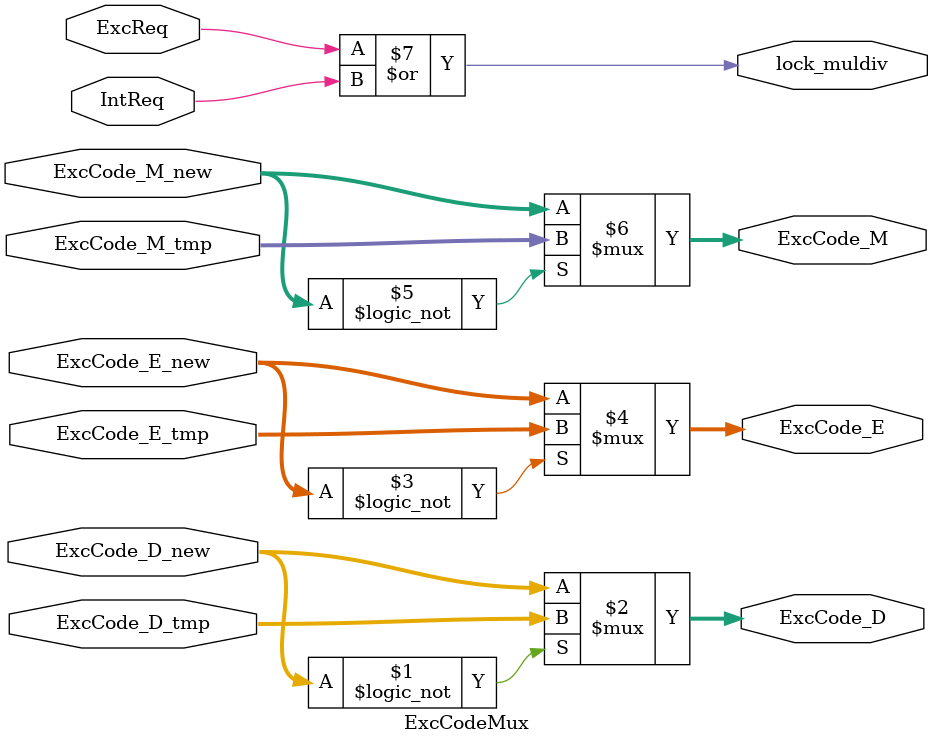
<source format=v>
`timescale 1ns / 1ps

module PCMux(nPc_sel, Zero, Branch, pc4, br_pc, jr_pc, j_pc, epc, next_pc);
	
	input [1:0] nPc_sel;
	input Branch;
	input Zero;
	input [31:0] pc4, br_pc, jr_pc, j_pc, epc;
	
	output reg [31:0] next_pc;
	
	wire [2:0] pcsel;
	assign pcsel = {Zero&Branch, nPc_sel};
	
	always @(*) begin
		case (pcsel)
			3'b000: next_pc = pc4;
			3'b100: next_pc = br_pc;
			3'b010: next_pc = jr_pc;
			3'b001: next_pc = j_pc;
			3'b011: next_pc = epc;
			default: next_pc = pc4;
		endcase
	end

endmodule


module ALUsrc_AMux(ALUsrc_A, RD1, RD2, A);
	
	input ALUsrc_A;
	input [31:0] RD1, RD2;
	
	output [31:0] A;
	
	assign A = ALUsrc_A ? RD2 : RD1;

endmodule


module ALUsrc_BMux(ALUsrc_B, RD2, Imm32_lbit, B);
	
	input ALUsrc_B;
	input [31:0] RD2, Imm32_lbit;
	
	output [31:0] B;
	
	assign B = ALUsrc_B ? Imm32_lbit : RD2;
		
endmodule


module AO_Mux(AO_Sel, AO_tmp, Imm32_hbit_E, RD1_E, HIO, LOO, AO_E);
	
	input [2:0] AO_Sel;
	input [31:0] AO_tmp, Imm32_hbit_E, RD1_E, HIO, LOO;
	
	output reg [31:0] AO_E;
	
	always @(*) begin
		case (AO_Sel)
			3'b000: AO_E = AO_tmp;
			3'b001: AO_E = Imm32_hbit_E;
			3'b010: AO_E = RD1_E;
			3'b011: AO_E = HIO;
			3'b100: AO_E = LOO;
			default: AO_E = AO_tmp;
		endcase
	end

endmodule


module WrRegAddrMux(RegDst, rt, rd, A3);
	
	input [1:0] RegDst;
	input [4:0] rt, rd;
	
	output reg [4:0] A3;
	
	always @(*) begin
		case (RegDst)
			2'b00 : A3 = rt;
			2'b01 : A3 = rd;
			2'b10 : A3 = 5'b11111;
			default : A3 = rt;
		endcase
	end
	
endmodule


module WrRegDataMux(MemtoReg, AO, RD, pc8, CP0O, WD);
	
	input [1:0] MemtoReg;
	input [31:0] AO, RD, pc8, CP0O;
	
	output reg [31:0] WD;
	
	always @(*) begin
		case (MemtoReg)
			2'b00: WD = AO;
			2'b01: WD = RD;
			2'b10: WD = pc8;
			2'b11: WD = CP0O;
			default: WD = 32'h0000_0000;
		endcase
	end
	
endmodule


module ExcPCMux(next_pc_tmp, ExcPC_Sel, next_pc);
	
	input [31:0] next_pc_tmp;
	input ExcPC_Sel;
	output [31:0] next_pc;
	
	assign next_pc = ExcPC_Sel ? 32'h0000_4180 : next_pc_tmp;
	
	
endmodule

module ExcCodeMux(
	ExcCode_D_new, ExcCode_D_tmp, ExcCode_D,
	ExcCode_E_new, ExcCode_E_tmp, ExcCode_E,
	ExcCode_M_new, ExcCode_M_tmp, ExcCode_M,
	lock_muldiv, IntReq, ExcReq);
	
	input [4:0] ExcCode_D_new, ExcCode_D_tmp;
	input [4:0] ExcCode_E_new, ExcCode_E_tmp;
	input [4:0] ExcCode_M_new, ExcCode_M_tmp;
	input IntReq;
	input ExcReq;
	
	output [4:0] ExcCode_D, ExcCode_E, ExcCode_M;
	output lock_muldiv;
	
	assign ExcCode_D = (ExcCode_D_new == 5'b0) ? ExcCode_D_tmp : ExcCode_D_new;
	assign ExcCode_E = (ExcCode_E_new == 5'b0) ? ExcCode_E_tmp : ExcCode_E_new;
	assign ExcCode_M = (ExcCode_M_new == 5'b0) ? ExcCode_M_tmp : ExcCode_M_new;
	
	assign lock_muldiv = ExcReq | IntReq;

endmodule
	
	
	
</source>
